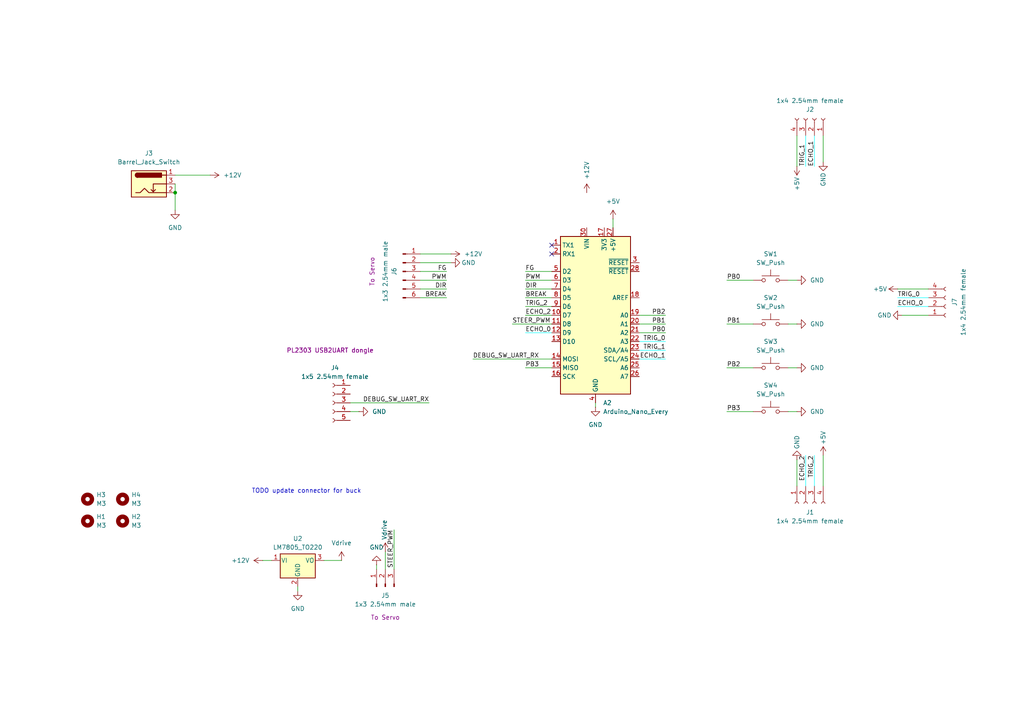
<source format=kicad_sch>
(kicad_sch (version 20231120) (generator "eeschema") (generator_version "8.0")
  (paper "A4")
  (lib_symbols
    (symbol "Connector:Barrel_Jack_Switch" (pin_names hide)
      (property "Reference" "J" (at 0 5.334 0))
      (property "Value" "Barrel_Jack_Switch" (at 0 -5.08 0))
      (symbol "Barrel_Jack_Switch_0_1"
        (rectangle (start -5.08 3.81) (end 5.08 -3.81) (stroke (width 0.254)) (fill (type background)))
        (arc (start -3.302 3.175) (mid -3.9343 2.54) (end -3.302 1.905) (stroke (width 0.254)))
        (arc (start -3.302 3.175) (mid -3.9343 2.54) (end -3.302 1.905) (stroke (width 0.254)) (fill (type outline)))
        (polyline (pts (xy 1.27 -2.286) (xy 1.905 -1.651)) (stroke (width 0.254)))
        (polyline (pts (xy 5.08 2.54) (xy 3.81 2.54)) (stroke (width 0.254)))
        (polyline (pts (xy 5.08 0) (xy 1.27 0) (xy 1.27 -2.286) (xy 0.635 -1.651)) (stroke (width 0.254)))
        (polyline (pts (xy -3.81 -2.54) (xy -2.54 -2.54) (xy -1.27 -1.27) (xy 0 -2.54) (xy 2.54 -2.54) (xy 5.08 -2.54)) (stroke (width 0.254)))
        (rectangle (start 3.683 3.175) (end -3.302 1.905) (stroke (width 0.254)) (fill (type outline)))
      )
      (symbol "Barrel_Jack_Switch_1_1"
        (pin passive line (at 7.62 2.54 180) (length 2.54) (name "~") (number "1"))
        (pin passive line (at 7.62 -2.54 180) (length 2.54) (name "~") (number "2"))
        (pin passive line (at 7.62 0 180) (length 2.54) (name "~") (number "3"))
      )
    )
    (symbol "Connector:Conn_01x03_Pin" (pin_names (offset 1.016) hide)
      (property "Reference" "J" (at 0 5.08 0))
      (property "Value" "Conn_01x03_Pin" (at 0 -5.08 0))
      (symbol "Conn_01x03_Pin_1_1"
        (polyline (pts (xy 1.27 -2.54) (xy 0.8636 -2.54)) (stroke (width 0.1524)))
        (polyline (pts (xy 1.27 0) (xy 0.8636 0)) (stroke (width 0.1524)))
        (polyline (pts (xy 1.27 2.54) (xy 0.8636 2.54)) (stroke (width 0.1524)))
        (rectangle (start 0.8636 -2.413) (end 0 -2.667) (stroke (width 0.1524)) (fill (type outline)))
        (rectangle (start 0.8636 0.127) (end 0 -0.127) (stroke (width 0.1524)) (fill (type outline)))
        (rectangle (start 0.8636 2.667) (end 0 2.413) (stroke (width 0.1524)) (fill (type outline)))
        (pin passive line (at 5.08 2.54 180) (length 3.81) (name "Pin_1") (number "1"))
        (pin passive line (at 5.08 0 180) (length 3.81) (name "Pin_2") (number "2"))
        (pin passive line (at 5.08 -2.54 180) (length 3.81) (name "Pin_3") (number "3"))
      )
    )
    (symbol "Connector:Conn_01x04_Socket" (pin_names (offset 1.016) hide)
      (property "Reference" "J" (at 0 5.08 0))
      (property "Value" "Conn_01x04_Socket" (at 0 -7.62 0))
      (symbol "Conn_01x04_Socket_1_1"
        (arc (start 0 -4.572) (mid -0.5058 -5.08) (end 0 -5.588) (stroke (width 0.1524)))
        (arc (start 0 -2.032) (mid -0.5058 -2.54) (end 0 -3.048) (stroke (width 0.1524)))
        (polyline (pts (xy -1.27 -5.08) (xy -0.508 -5.08)) (stroke (width 0.1524)))
        (polyline (pts (xy -1.27 -2.54) (xy -0.508 -2.54)) (stroke (width 0.1524)))
        (polyline (pts (xy -1.27 0) (xy -0.508 0)) (stroke (width 0.1524)))
        (polyline (pts (xy -1.27 2.54) (xy -0.508 2.54)) (stroke (width 0.1524)))
        (arc (start 0 0.508) (mid -0.5058 0) (end 0 -0.508) (stroke (width 0.1524)))
        (arc (start 0 3.048) (mid -0.5058 2.54) (end 0 2.032) (stroke (width 0.1524)))
        (pin passive line (at -5.08 2.54 0) (length 3.81) (name "Pin_1") (number "1"))
        (pin passive line (at -5.08 0 0) (length 3.81) (name "Pin_2") (number "2"))
        (pin passive line (at -5.08 -2.54 0) (length 3.81) (name "Pin_3") (number "3"))
        (pin passive line (at -5.08 -5.08 0) (length 3.81) (name "Pin_4") (number "4"))
      )
    )
    (symbol "Connector:Conn_01x05_Socket" (pin_names (offset 1.016) hide)
      (property "Reference" "J" (at 0 7.62 0))
      (property "Value" "Conn_01x05_Socket" (at 0 -7.62 0))
      (symbol "Conn_01x05_Socket_1_1"
        (arc (start 0 -4.572) (mid -0.5058 -5.08) (end 0 -5.588) (stroke (width 0.1524)))
        (arc (start 0 -2.032) (mid -0.5058 -2.54) (end 0 -3.048) (stroke (width 0.1524)))
        (polyline (pts (xy -1.27 -5.08) (xy -0.508 -5.08)) (stroke (width 0.1524)))
        (polyline (pts (xy -1.27 -2.54) (xy -0.508 -2.54)) (stroke (width 0.1524)))
        (polyline (pts (xy -1.27 0) (xy -0.508 0)) (stroke (width 0.1524)))
        (polyline (pts (xy -1.27 2.54) (xy -0.508 2.54)) (stroke (width 0.1524)))
        (polyline (pts (xy -1.27 5.08) (xy -0.508 5.08)) (stroke (width 0.1524)))
        (arc (start 0 0.508) (mid -0.5058 0) (end 0 -0.508) (stroke (width 0.1524)))
        (arc (start 0 3.048) (mid -0.5058 2.54) (end 0 2.032) (stroke (width 0.1524)))
        (arc (start 0 5.588) (mid -0.5058 5.08) (end 0 4.572) (stroke (width 0.1524)))
        (pin passive line (at -5.08 5.08 0) (length 3.81) (name "Pin_1") (number "1"))
        (pin passive line (at -5.08 2.54 0) (length 3.81) (name "Pin_2") (number "2"))
        (pin passive line (at -5.08 0 0) (length 3.81) (name "Pin_3") (number "3"))
        (pin passive line (at -5.08 -2.54 0) (length 3.81) (name "Pin_4") (number "4"))
        (pin passive line (at -5.08 -5.08 0) (length 3.81) (name "Pin_5") (number "5"))
      )
    )
    (symbol "Connector:Conn_01x06_Pin" (pin_names (offset 1.016) hide)
      (property "Reference" "J" (at 0 7.62 0))
      (property "Value" "Conn_01x06_Pin" (at 0 -10.16 0))
      (symbol "Conn_01x06_Pin_1_1"
        (polyline (pts (xy 1.27 -7.62) (xy 0.8636 -7.62)) (stroke (width 0.1524)))
        (polyline (pts (xy 1.27 -5.08) (xy 0.8636 -5.08)) (stroke (width 0.1524)))
        (polyline (pts (xy 1.27 -2.54) (xy 0.8636 -2.54)) (stroke (width 0.1524)))
        (polyline (pts (xy 1.27 0) (xy 0.8636 0)) (stroke (width 0.1524)))
        (polyline (pts (xy 1.27 2.54) (xy 0.8636 2.54)) (stroke (width 0.1524)))
        (polyline (pts (xy 1.27 5.08) (xy 0.8636 5.08)) (stroke (width 0.1524)))
        (rectangle (start 0.8636 -7.493) (end 0 -7.747) (stroke (width 0.1524)) (fill (type outline)))
        (rectangle (start 0.8636 -4.953) (end 0 -5.207) (stroke (width 0.1524)) (fill (type outline)))
        (rectangle (start 0.8636 -2.413) (end 0 -2.667) (stroke (width 0.1524)) (fill (type outline)))
        (rectangle (start 0.8636 0.127) (end 0 -0.127) (stroke (width 0.1524)) (fill (type outline)))
        (rectangle (start 0.8636 2.667) (end 0 2.413) (stroke (width 0.1524)) (fill (type outline)))
        (rectangle (start 0.8636 5.207) (end 0 4.953) (stroke (width 0.1524)) (fill (type outline)))
        (pin passive line (at 5.08 5.08 180) (length 3.81) (name "Pin_1") (number "1"))
        (pin passive line (at 5.08 2.54 180) (length 3.81) (name "Pin_2") (number "2"))
        (pin passive line (at 5.08 0 180) (length 3.81) (name "Pin_3") (number "3"))
        (pin passive line (at 5.08 -2.54 180) (length 3.81) (name "Pin_4") (number "4"))
        (pin passive line (at 5.08 -5.08 180) (length 3.81) (name "Pin_5") (number "5"))
        (pin passive line (at 5.08 -7.62 180) (length 3.81) (name "Pin_6") (number "6"))
      )
    )
    (symbol "MCU_Module:Arduino_Nano_Every"
      (property "Reference" "A" (at -10.16 23.495 0))
      (property "Value" "Arduino_Nano_Every" (at 5.08 -24.13 0))
      (symbol "Arduino_Nano_Every_0_1"
        (rectangle (start -10.16 22.86) (end 10.16 -22.86) (stroke (width 0.254)) (fill (type background)))
      )
      (symbol "Arduino_Nano_Every_1_1"
        (pin bidirectional line (at -12.7 20.32 0) (length 2.54) (name "TX1") (number "1"))
        (pin bidirectional line (at -12.7 0 0) (length 2.54) (name "D7") (number "10"))
        (pin bidirectional line (at -12.7 -2.54 0) (length 2.54) (name "D8") (number "11"))
        (pin bidirectional line (at -12.7 -5.08 0) (length 2.54) (name "D9") (number "12"))
        (pin bidirectional line (at -12.7 -7.62 0) (length 2.54) (name "D10") (number "13"))
        (pin bidirectional line (at -12.7 -12.7 0) (length 2.54) (name "MOSI") (number "14"))
        (pin bidirectional line (at -12.7 -15.24 0) (length 2.54) (name "MISO") (number "15"))
        (pin bidirectional line (at -12.7 -17.78 0) (length 2.54) (name "SCK") (number "16"))
        (pin power_out line (at 2.54 25.4 270) (length 2.54) (name "3V3") (number "17"))
        (pin input line (at 12.7 5.08 180) (length 2.54) (name "AREF") (number "18"))
        (pin bidirectional line (at 12.7 0 180) (length 2.54) (name "A0") (number "19"))
        (pin bidirectional line (at -12.7 17.78 0) (length 2.54) (name "RX1") (number "2"))
        (pin bidirectional line (at 12.7 -2.54 180) (length 2.54) (name "A1") (number "20"))
        (pin bidirectional line (at 12.7 -5.08 180) (length 2.54) (name "A2") (number "21"))
        (pin bidirectional line (at 12.7 -7.62 180) (length 2.54) (name "A3") (number "22"))
        (pin bidirectional line (at 12.7 -10.16 180) (length 2.54) (name "SDA/A4") (number "23"))
        (pin bidirectional line (at 12.7 -12.7 180) (length 2.54) (name "SCL/A5") (number "24"))
        (pin bidirectional line (at 12.7 -15.24 180) (length 2.54) (name "A6") (number "25"))
        (pin bidirectional line (at 12.7 -17.78 180) (length 2.54) (name "A7") (number "26"))
        (pin power_out line (at 5.08 25.4 270) (length 2.54) (name "+5V") (number "27"))
        (pin input line (at 12.7 12.7 180) (length 2.54) (name "~{RESET}") (number "28"))
        (pin passive line (at 0 -25.4 90) (length 2.54) hide (name "GND") (number "29"))
        (pin input line (at 12.7 15.24 180) (length 2.54) (name "~{RESET}") (number "3"))
        (pin power_in line (at -2.54 25.4 270) (length 2.54) (name "VIN") (number "30"))
        (pin power_in line (at 0 -25.4 90) (length 2.54) (name "GND") (number "4"))
        (pin bidirectional line (at -12.7 12.7 0) (length 2.54) (name "D2") (number "5"))
        (pin bidirectional line (at -12.7 10.16 0) (length 2.54) (name "D3") (number "6"))
        (pin bidirectional line (at -12.7 7.62 0) (length 2.54) (name "D4") (number "7"))
        (pin bidirectional line (at -12.7 5.08 0) (length 2.54) (name "D5") (number "8"))
        (pin bidirectional line (at -12.7 2.54 0) (length 2.54) (name "D6") (number "9"))
      )
    )
    (symbol "Mechanical:MountingHole" (pin_names (offset 1.016)) (exclude_from_sim yes) (in_bom no)
      (property "Reference" "H" (at 0 5.08 0))
      (property "Value" "MountingHole" (at 0 3.175 0))
      (symbol "MountingHole_0_1"
        (circle (center 0 0) (radius 1.27) (stroke (width 1.27)))
      )
    )
    (symbol "Regulator_Linear:LM7805_TO220" (pin_names (offset 0.254))
      (property "Reference" "U" (at -3.81 3.175 0))
      (property "Value" "LM7805_TO220" (at 0 3.175 0))
      (symbol "LM7805_TO220_0_1"
        (rectangle (start -5.08 1.905) (end 5.08 -5.08) (stroke (width 0.254)) (fill (type background)))
      )
      (symbol "LM7805_TO220_1_1"
        (pin power_in line (at -7.62 0 0) (length 2.54) (name "VI") (number "1"))
        (pin power_in line (at 0 -7.62 90) (length 2.54) (name "GND") (number "2"))
        (pin power_out line (at 7.62 0 180) (length 2.54) (name "VO") (number "3"))
      )
    )
    (symbol "Switch:SW_Push" (pin_numbers hide) (pin_names (offset 1.016) hide)
      (property "Reference" "SW" (at 1.27 2.54 0))
      (property "Value" "SW_Push" (at 0 -1.524 0))
      (symbol "SW_Push_0_1"
        (circle (center -2.032 0) (radius 0.508))
        (polyline (pts (xy 0 1.27) (xy 0 3.048)))
        (polyline (pts (xy 2.54 1.27) (xy -2.54 1.27)))
        (circle (center 2.032 0) (radius 0.508))
        (pin passive line (at -5.08 0 0) (length 2.54) (name "1") (number "1"))
        (pin passive line (at 5.08 0 180) (length 2.54) (name "2") (number "2"))
      )
    )
    (symbol "power:+12V" (power) (pin_numbers hide) (pin_names (offset 0) hide)
      (property "Value" "+12V" (at 0 3.556 0))
      (symbol "+12V_0_1"
        (polyline (pts (xy -0.762 1.27) (xy 0 2.54)))
        (polyline (pts (xy 0 0) (xy 0 2.54)))
        (polyline (pts (xy 0 2.54) (xy 0.762 1.27)))
      )
      (symbol "+12V_1_1"
        (pin power_in line (at 0 0 90) (length 0) (name "~") (number "1"))
      )
    )
    (symbol "power:+5V" (power) (pin_numbers hide) (pin_names (offset 0) hide)
      (property "Value" "+5V" (at 0 3.556 0))
      (symbol "+5V_0_1"
        (polyline (pts (xy -0.762 1.27) (xy 0 2.54)))
        (polyline (pts (xy 0 0) (xy 0 2.54)))
        (polyline (pts (xy 0 2.54) (xy 0.762 1.27)))
      )
      (symbol "+5V_1_1"
        (pin power_in line (at 0 0 90) (length 0) (name "~") (number "1"))
      )
    )
    (symbol "power:GND" (power) (pin_numbers hide) (pin_names (offset 0) hide)
      (property "Value" "GND" (at 0 -3.81 0))
      (symbol "GND_0_1"
        (polyline (pts (xy 0 0) (xy 0 -1.27) (xy 1.27 -1.27) (xy 0 -2.54) (xy -1.27 -1.27) (xy 0 -1.27)))
      )
      (symbol "GND_1_1"
        (pin power_in line (at 0 0 270) (length 0) (name "~") (number "1"))
      )
    )
    (symbol "power:Vdrive" (power) (pin_numbers hide) (pin_names (offset 0) hide)
      (property "Value" "Vdrive" (at 0 3.556 0))
      (symbol "Vdrive_0_1"
        (polyline (pts (xy -0.762 1.27) (xy 0 2.54)))
        (polyline (pts (xy 0 0) (xy 0 2.54)))
        (polyline (pts (xy 0 2.54) (xy 0.762 1.27)))
      )
      (symbol "Vdrive_1_1"
        (pin power_in line (at 0 0 90) (length 0) (name "~") (number "1"))
      )
    )
  )
  (junction (at 50.8 55.88))
  (no_connect (at 160.02 71.12))
  (no_connect (at 160.02 73.66))
  (wire (pts (xy 185.42 101.6) (xy 193.04 101.6)) (stroke (width 0) (color 0 255 255 1)))
  (wire (pts (xy 129.54 86.36) (xy 121.92 86.36)))
  (wire (pts (xy 50.8 50.8) (xy 60.96 50.8)))
  (wire (pts (xy 111.76 160.02) (xy 111.76 165.1)))
  (wire (pts (xy 210.82 106.68) (xy 218.44 106.68)))
  (wire (pts (xy 160.02 88.9) (xy 152.4 88.9)))
  (wire (pts (xy 185.42 104.14) (xy 193.04 104.14)) (stroke (width 0) (color 0 255 255 1)))
  (wire (pts (xy 233.68 132.08) (xy 233.68 140.97)) (stroke (width 0) (color 0 255 255 1)))
  (wire (pts (xy 129.54 81.28) (xy 121.92 81.28)))
  (wire (pts (xy 260.35 83.82) (xy 269.24 83.82)))
  (wire (pts (xy 177.8 63.5) (xy 177.8 66.04)))
  (wire (pts (xy 86.36 171.45) (xy 86.36 170.18)))
  (wire (pts (xy 76.2 162.56) (xy 78.74 162.56)))
  (wire (pts (xy 50.8 53.34) (xy 50.8 55.88)))
  (wire (pts (xy 160.02 91.44) (xy 152.4 91.44)))
  (wire (pts (xy 185.42 99.06) (xy 193.04 99.06)) (stroke (width 0) (color 0 255 255 1)))
  (wire (pts (xy 210.82 119.38) (xy 218.44 119.38)))
  (wire (pts (xy 50.8 55.88) (xy 50.8 60.96)))
  (wire (pts (xy 160.02 104.14) (xy 137.16 104.14)))
  (wire (pts (xy 109.22 163.83) (xy 109.22 165.1)))
  (wire (pts (xy 238.76 46.99) (xy 238.76 39.37)))
  (wire (pts (xy 228.6 93.98) (xy 231.14 93.98)))
  (wire (pts (xy 152.4 81.28) (xy 160.02 81.28)))
  (wire (pts (xy 210.82 93.98) (xy 218.44 93.98)))
  (wire (pts (xy 152.4 86.36) (xy 160.02 86.36)))
  (wire (pts (xy 231.14 48.26) (xy 231.14 39.37)))
  (wire (pts (xy 228.6 81.28) (xy 231.14 81.28)))
  (wire (pts (xy 236.22 48.26) (xy 236.22 39.37)) (stroke (width 0) (color 0 255 255 1)))
  (wire (pts (xy 114.3 153.67) (xy 114.3 165.1)))
  (wire (pts (xy 93.98 162.56) (xy 99.06 162.56)))
  (wire (pts (xy 152.4 83.82) (xy 160.02 83.82)))
  (wire (pts (xy 193.04 91.44) (xy 185.42 91.44)))
  (wire (pts (xy 129.54 83.82) (xy 121.92 83.82)))
  (wire (pts (xy 101.6 119.38) (xy 104.14 119.38)))
  (wire (pts (xy 233.68 48.26) (xy 233.68 39.37)) (stroke (width 0) (color 0 255 255 1)))
  (wire (pts (xy 160.02 96.52) (xy 152.4 96.52)) (stroke (width 0) (color 0 255 255 1)))
  (wire (pts (xy 210.82 81.28) (xy 218.44 81.28)))
  (wire (pts (xy 260.35 86.36) (xy 269.24 86.36)) (stroke (width 0) (color 0 255 255 1)))
  (wire (pts (xy 148.59 93.98) (xy 160.02 93.98)))
  (wire (pts (xy 193.04 93.98) (xy 185.42 93.98)))
  (wire (pts (xy 228.6 119.38) (xy 231.14 119.38)))
  (wire (pts (xy 152.4 106.68) (xy 160.02 106.68)))
  (wire (pts (xy 152.4 78.74) (xy 160.02 78.74)))
  (wire (pts (xy 228.6 106.68) (xy 231.14 106.68)))
  (wire (pts (xy 172.72 118.11) (xy 172.72 116.84)))
  (wire (pts (xy 130.81 76.2) (xy 121.92 76.2)))
  (wire (pts (xy 261.62 91.44) (xy 269.24 91.44)))
  (wire (pts (xy 231.14 133.35) (xy 231.14 140.97)))
  (wire (pts (xy 193.04 96.52) (xy 185.42 96.52)))
  (wire (pts (xy 121.92 73.66) (xy 130.81 73.66)))
  (wire (pts (xy 238.76 132.08) (xy 238.76 140.97)))
  (wire (pts (xy 101.6 116.84) (xy 124.46 116.84)))
  (wire (pts (xy 236.22 132.08) (xy 236.22 140.97)) (stroke (width 0) (color 0 255 255 1)))
  (wire (pts (xy 260.35 88.9) (xy 269.24 88.9)) (stroke (width 0) (color 0 255 255 1)))
  (wire (pts (xy 129.54 78.74) (xy 121.92 78.74)))
  (text "TODO update connector for buck" (at 88.9 142.494 0) (effects (font (size 1.27 1.27))))
  (label "TRIG_1" (at 233.68 48.26 90))
  (label "DEBUG_SW_UART_RX" (at 124.46 116.84 180))
  (label "TRIG_2" (at 152.4 88.9 0))
  (label "TRIG_1" (at 193.04 101.6 180))
  (label "PWM" (at 152.4 81.28 0))
  (label "PB2" (at 193.04 91.44 180))
  (label "ECHO_0" (at 152.4 96.52 0))
  (label "PB0" (at 193.04 96.52 180))
  (label "STEER_PWM" (at 148.59 93.98 0))
  (label "PB3" (at 210.82 119.38 0))
  (label "BREAK" (at 152.4 86.36 0))
  (label "FG" (at 129.54 78.74 180))
  (label "BREAK" (at 129.54 86.36 180))
  (label "PB3" (at 152.4 106.68 0))
  (label "ECHO_2" (at 233.68 132.08 270))
  (label "PWM" (at 129.54 81.28 180))
  (label "ECHO_2" (at 152.4 91.44 0))
  (label "DIR" (at 129.54 83.82 180))
  (label "TRIG_2" (at 236.22 132.08 270))
  (label "PB1" (at 193.04 93.98 180))
  (label "ECHO_0" (at 260.35 88.9 0))
  (label "DIR" (at 152.4 83.82 0))
  (label "PB2" (at 210.82 106.68 0))
  (label "ECHO_1" (at 193.04 104.14 180))
  (label "STEER_PWM" (at 114.3 153.67 270))
  (label "ECHO_1" (at 236.22 48.26 90))
  (label "TRIG_0" (at 260.35 86.36 0))
  (label "PB1" (at 210.82 93.98 0))
  (label "DEBUG_SW_UART_RX" (at 137.16 104.14 0))
  (label "TRIG_0" (at 193.04 99.06 180))
  (label "PB0" (at 210.82 81.28 0))
  (label "FG" (at 152.4 78.74 0))
  (symbol (lib_id "Connector:Conn_01x04_Socket") (at 274.32 88.9 0) (mirror x) (unit 1)
    (property "Reference" "J7" (at 276.86 87.63 90))
    (property "Value" "1x4 2.54mm female" (at 279.4 87.63 90))
    (property "Footprint" "Connector_PinSocket_2.54mm:PinSocket_1x04_P2.54mm_Vertical" (effects (hide yes)))
    (property "Description" "Generic connector, single row, 01x04, script generated" (effects (hide yes)))
  )
  (symbol (lib_id "power:GND") (at 172.72 118.11 0) (unit 1)
    (property "Reference" "#PWR10" (effects (hide yes)))
    (property "Value" "GND" (at 172.72 123.19 0))
    (property "Description" "Power symbol creates a global label with name \"GND\" , ground" (effects (hide yes)))
  )
  (symbol (lib_id "power:+5V") (at 260.35 83.82 90) (mirror x) (unit 1)
    (property "Reference" "#PWR20" (effects (hide yes)))
    (property "Value" "+5V" (at 255.27 83.82 90))
    (property "Description" "Power symbol creates a global label with name \"+5V\"" (effects (hide yes)))
  )
  (symbol (lib_id "Connector:Conn_01x03_Pin") (at 111.76 170.18 90) (unit 1)
    (property "Reference" "J5" (at 111.76 172.72 90))
    (property "Value" "1x3 2.54mm male" (at 111.76 175.26 90))
    (property "Footprint" "Connector_PinSocket_2.54mm:PinSocket_1x03_P2.54mm_Vertical" (effects (hide yes)))
    (property "Description" "Generic connector, single row, 01x03, script generated" (effects (hide yes)))
    (property "Comment" "To Servo" (at 111.76 179.07 90))
  )
  (symbol (lib_id "power:GND") (at 231.14 93.98 90) (unit 1)
    (property "Reference" "#PWR14" (effects (hide yes)))
    (property "Value" "GND" (at 234.95 93.9799 90) (effects (justify right)))
    (property "Description" "Power symbol creates a global label with name \"GND\" , ground" (effects (hide yes)))
  )
  (symbol (lib_id "power:GND") (at 86.36 171.45 0) (unit 1)
    (property "Reference" "#PWR1" (effects (hide yes)))
    (property "Value" "GND" (at 86.36 176.53 0))
    (property "Description" "Power symbol creates a global label with name \"GND\" , ground" (effects (hide yes)))
  )
  (symbol (lib_id "Connector:Conn_01x05_Socket") (at 96.52 116.84 0) (mirror y) (unit 1)
    (property "Reference" "J4" (at 97.155 106.68 0))
    (property "Value" "1x5 2.54mm female" (at 97.155 109.22 0))
    (property "Footprint" "Connector_PinSocket_2.54mm:PinSocket_1x05_P2.54mm_Vertical" (effects (hide yes)))
    (property "Description" "Generic connector, single row, 01x05, script generated" (effects (hide yes)))
    (property "Comment" "PL2303 USB2UART dongle" (at 95.758 101.6 0))
  )
  (symbol (lib_id "Connector:Conn_01x04_Socket") (at 236.22 34.29 270) (mirror x) (unit 1)
    (property "Reference" "J2" (at 234.95 31.75 90))
    (property "Value" "1x4 2.54mm female" (at 234.95 29.21 90))
    (property "Footprint" "Connector_PinSocket_2.54mm:PinSocket_1x04_P2.54mm_Vertical" (effects (hide yes)))
    (property "Description" "Generic connector, single row, 01x04, script generated" (effects (hide yes)))
  )
  (symbol (lib_id "power:GND") (at 231.14 119.38 90) (unit 1)
    (property "Reference" "#PWR22" (effects (hide yes)))
    (property "Value" "GND" (at 234.95 119.3799 90) (effects (justify right)))
    (property "Description" "Power symbol creates a global label with name \"GND\" , ground" (effects (hide yes)))
  )
  (symbol (lib_id "power:+12V") (at 130.81 73.66 270) (unit 1)
    (property "Reference" "#PWR13" (effects (hide yes)))
    (property "Value" "+12V" (at 134.62 73.6599 90) (effects (justify left)))
    (property "Description" "Power symbol creates a global label with name \"+12V\"" (effects (hide yes)))
  )
  (symbol (lib_id "power:GND") (at 104.14 119.38 90) (unit 1)
    (property "Reference" "#PWR23" (effects (hide yes)))
    (property "Value" "GND" (at 107.95 119.3799 90) (effects (justify right)))
    (property "Description" "Power symbol creates a global label with name \"GND\" , ground" (effects (hide yes)))
  )
  (symbol (lib_id "power:GND") (at 109.22 163.83 180) (unit 1)
    (property "Reference" "#PWR7" (effects (hide yes)))
    (property "Value" "GND" (at 109.22 158.75 0))
    (property "Description" "Power symbol creates a global label with name \"GND\" , ground" (effects (hide yes)))
  )
  (symbol (lib_id "power:GND") (at 231.14 133.35 0) (mirror x) (unit 1)
    (property "Reference" "#PWR17" (effects (hide yes)))
    (property "Value" "GND" (at 231.14 128.27 90))
    (property "Description" "Power symbol creates a global label with name \"GND\" , ground" (effects (hide yes)))
  )
  (symbol (lib_id "Switch:SW_Push") (at 223.52 81.28 0) (unit 1)
    (property "Reference" "SW1" (at 223.52 73.66 0))
    (property "Value" "SW_Push" (at 223.52 76.2 0))
    (property "Footprint" "Button_Switch_THT:SW_PUSH_6mm" (effects (hide yes)))
    (property "Description" "Push button switch, generic, two pins" (effects (hide yes)))
  )
  (symbol (lib_id "power:Vdrive") (at 111.76 160.02 0) (unit 1)
    (property "Reference" "#PWR8" (effects (hide yes)))
    (property "Value" "Vdrive" (at 111.506 153.67 90))
    (property "Description" "Power symbol creates a global label with name \"Vdrive\"" (effects (hide yes)))
  )
  (symbol (lib_id "power:+5V") (at 177.8 63.5 0) (unit 1)
    (property "Reference" "#PWR5" (effects (hide yes)))
    (property "Value" "+5V" (at 177.8 58.42 0))
    (property "Description" "Power symbol creates a global label with name \"+5V\"" (effects (hide yes)))
  )
  (symbol (lib_id "power:+12V") (at 60.96 50.8 270) (unit 1)
    (property "Reference" "#PWR2" (effects (hide yes)))
    (property "Value" "+12V" (at 64.77 50.7999 90) (effects (justify left)))
    (property "Description" "Power symbol creates a global label with name \"+12V\"" (effects (hide yes)))
  )
  (symbol (lib_id "Switch:SW_Push") (at 223.52 93.98 0) (unit 1)
    (property "Reference" "SW2" (at 223.52 86.36 0))
    (property "Value" "SW_Push" (at 223.52 88.9 0))
    (property "Footprint" "Button_Switch_THT:SW_PUSH_6mm" (effects (hide yes)))
    (property "Description" "Push button switch, generic, two pins" (effects (hide yes)))
  )
  (symbol (lib_id "power:+12V") (at 170.18 55.88 0) (unit 1)
    (property "Reference" "#PWR9" (effects (hide yes)))
    (property "Value" "+12V" (at 170.1799 52.07 90) (effects (justify left)))
    (property "Description" "Power symbol creates a global label with name \"+12V\"" (effects (hide yes)))
  )
  (symbol (lib_id "power:GND") (at 261.62 91.44 270) (mirror x) (unit 1)
    (property "Reference" "#PWR19" (effects (hide yes)))
    (property "Value" "GND" (at 256.54 91.44 90))
    (property "Description" "Power symbol creates a global label with name \"GND\" , ground" (effects (hide yes)))
  )
  (symbol (lib_id "Switch:SW_Push") (at 223.52 106.68 0) (unit 1)
    (property "Reference" "SW3" (at 223.52 99.06 0))
    (property "Value" "SW_Push" (at 223.52 101.6 0))
    (property "Footprint" "Button_Switch_THT:SW_PUSH_6mm" (effects (hide yes)))
    (property "Description" "Push button switch, generic, two pins" (effects (hide yes)))
  )
  (symbol (lib_id "Mechanical:MountingHole") (at 25.4 151.13 0) (unit 1) (exclude_from_sim yes) (in_bom no)
    (property "Reference" "H1" (at 27.94 149.8599 0) (effects (justify left)))
    (property "Value" "M3" (at 27.94 152.3999 0) (effects (justify left)))
    (property "Footprint" "MountingHole:MountingHole_3.2mm_M3" (effects (hide yes)))
    (property "Description" "Mounting Hole without connection" (effects (hide yes)))
  )
  (symbol (lib_id "power:Vdrive") (at 99.06 162.56 0) (unit 1)
    (property "Reference" "#PWR6" (effects (hide yes)))
    (property "Value" "Vdrive" (at 99.06 157.48 0))
    (property "Description" "Power symbol creates a global label with name \"Vdrive\"" (effects (hide yes)))
  )
  (symbol (lib_id "power:+5V") (at 238.76 132.08 0) (mirror y) (unit 1)
    (property "Reference" "#PWR18" (effects (hide yes)))
    (property "Value" "+5V" (at 238.76 127 90))
    (property "Description" "Power symbol creates a global label with name \"+5V\"" (effects (hide yes)))
  )
  (symbol (lib_id "Mechanical:MountingHole") (at 25.4 144.78 0) (unit 1) (exclude_from_sim yes) (in_bom no)
    (property "Reference" "H3" (at 27.94 143.5099 0) (effects (justify left)))
    (property "Value" "M3" (at 27.94 146.0499 0) (effects (justify left)))
    (property "Footprint" "MountingHole:MountingHole_3.2mm_M3" (effects (hide yes)))
    (property "Description" "Mounting Hole without connection" (effects (hide yes)))
  )
  (symbol (lib_id "power:+5V") (at 231.14 48.26 0) (mirror x) (unit 1)
    (property "Reference" "#PWR15" (effects (hide yes)))
    (property "Value" "+5V" (at 231.14 53.34 90))
    (property "Description" "Power symbol creates a global label with name \"+5V\"" (effects (hide yes)))
  )
  (symbol (lib_id "power:GND") (at 238.76 46.99 0) (mirror y) (unit 1)
    (property "Reference" "#PWR16" (effects (hide yes)))
    (property "Value" "GND" (at 238.76 52.07 90))
    (property "Description" "Power symbol creates a global label with name \"GND\" , ground" (effects (hide yes)))
  )
  (symbol (lib_id "Mechanical:MountingHole") (at 35.56 144.78 0) (unit 1) (exclude_from_sim yes) (in_bom no)
    (property "Reference" "H4" (at 38.1 143.5099 0) (effects (justify left)))
    (property "Value" "M3" (at 38.1 146.0499 0) (effects (justify left)))
    (property "Footprint" "MountingHole:MountingHole_3.2mm_M3" (effects (hide yes)))
    (property "Description" "Mounting Hole without connection" (effects (hide yes)))
  )
  (symbol (lib_id "power:GND") (at 231.14 81.28 90) (unit 1)
    (property "Reference" "#PWR12" (effects (hide yes)))
    (property "Value" "GND" (at 234.95 81.2799 90) (effects (justify right)))
    (property "Description" "Power symbol creates a global label with name \"GND\" , ground" (effects (hide yes)))
  )
  (symbol (lib_id "Connector:Barrel_Jack_Switch") (at 43.18 53.34 0) (unit 1)
    (property "Reference" "J3" (at 43.18 44.45 0))
    (property "Value" "Barrel_Jack_Switch" (at 43.18 46.99 0))
    (property "Footprint" "Connector_BarrelJack:BarrelJack_Horizontal" (effects (hide yes)))
    (property "Description" "DC Barrel Jack with an internal switch" (effects (hide yes)))
  )
  (symbol (lib_id "Switch:SW_Push") (at 223.52 119.38 0) (unit 1)
    (property "Reference" "SW4" (at 223.52 111.76 0))
    (property "Value" "SW_Push" (at 223.52 114.3 0))
    (property "Footprint" "Button_Switch_THT:SW_PUSH_6mm" (effects (hide yes)))
    (property "Description" "Push button switch, generic, two pins" (effects (hide yes)))
  )
  (symbol (lib_id "power:+12V") (at 76.2 162.56 90) (unit 1)
    (property "Reference" "#PWR4" (effects (hide yes)))
    (property "Value" "+12V" (at 72.39 162.5599 90) (effects (justify left)))
    (property "Description" "Power symbol creates a global label with name \"+12V\"" (effects (hide yes)))
  )
  (symbol (lib_id "power:GND") (at 130.81 76.2 90) (unit 1)
    (property "Reference" "#PWR11" (effects (hide yes)))
    (property "Value" "GND" (at 135.89 76.2 90))
    (property "Description" "Power symbol creates a global label with name \"GND\" , ground" (effects (hide yes)))
  )
  (symbol (lib_id "power:GND") (at 231.14 106.68 90) (unit 1)
    (property "Reference" "#PWR21" (effects (hide yes)))
    (property "Value" "GND" (at 234.95 106.6799 90) (effects (justify right)))
    (property "Description" "Power symbol creates a global label with name \"GND\" , ground" (effects (hide yes)))
  )
  (symbol (lib_id "Mechanical:MountingHole") (at 35.56 151.13 0) (unit 1) (exclude_from_sim yes) (in_bom no)
    (property "Reference" "H2" (at 38.1 149.8599 0) (effects (justify left)))
    (property "Value" "M3" (at 38.1 152.3999 0) (effects (justify left)))
    (property "Footprint" "MountingHole:MountingHole_3.2mm_M3" (effects (hide yes)))
    (property "Description" "Mounting Hole without connection" (effects (hide yes)))
  )
  (symbol (lib_id "MCU_Module:Arduino_Nano_Every") (at 172.72 91.44 0) (unit 1)
    (property "Reference" "A2" (at 174.9141 116.84 0) (effects (justify left)))
    (property "Value" "Arduino_Nano_Every" (at 174.9141 119.38 0) (effects (justify left)))
    (property "Footprint" "Module:Arduino_Nano" (effects (hide yes)))
    (property "Datasheet" "https://content.arduino.cc/assets/NANOEveryV3.0_sch.pdf" (effects (hide yes)))
    (property "Description" "Arduino Nano Every" (effects (hide yes)))
  )
  (symbol (lib_id "Regulator_Linear:LM7805_TO220") (at 86.36 162.56 0) (unit 1)
    (property "Reference" "U2" (at 86.36 156.21 0))
    (property "Value" "LM7805_TO220" (at 86.36 158.75 0))
    (property "Footprint" "Package_TO_SOT_THT:TO-220-3_Vertical" (effects (hide yes)))
    (property "Datasheet" "https://www.onsemi.cn/PowerSolutions/document/MC7800-D.PDF" (effects (hide yes)))
    (property "Description" "Positive 1A 35V Linear Regulator, Fixed Output 5V, TO-220" (effects (hide yes)))
  )
  (symbol (lib_id "power:GND") (at 50.8 60.96 0) (unit 1)
    (property "Reference" "#PWR3" (effects (hide yes)))
    (property "Value" "GND" (at 50.8 66.04 0))
    (property "Description" "Power symbol creates a global label with name \"GND\" , ground" (effects (hide yes)))
  )
  (symbol (lib_id "Connector:Conn_01x06_Pin") (at 116.84 78.74 0) (unit 1)
    (property "Reference" "J6" (at 114.3 78.74 90))
    (property "Value" "1x3 2.54mm male" (at 111.76 78.74 90))
    (property "Footprint" "Connector_PinSocket_2.54mm:PinSocket_1x06_P2.54mm_Vertical" (effects (hide yes)))
    (property "Description" "Generic connector, single row, 01x06, script generated" (effects (hide yes)))
    (property "Comment" "To Servo" (at 107.95 78.74 90))
  )
  (symbol (lib_id "Connector:Conn_01x04_Socket") (at 233.68 146.05 90) (mirror x) (unit 1)
    (property "Reference" "J1" (at 234.95 148.59 90))
    (property "Value" "1x4 2.54mm female" (at 234.95 151.13 90))
    (property "Footprint" "Connector_PinSocket_2.54mm:PinSocket_1x04_P2.54mm_Vertical" (effects (hide yes)))
    (property "Description" "Generic connector, single row, 01x04, script generated" (effects (hide yes)))
  )
)
</source>
